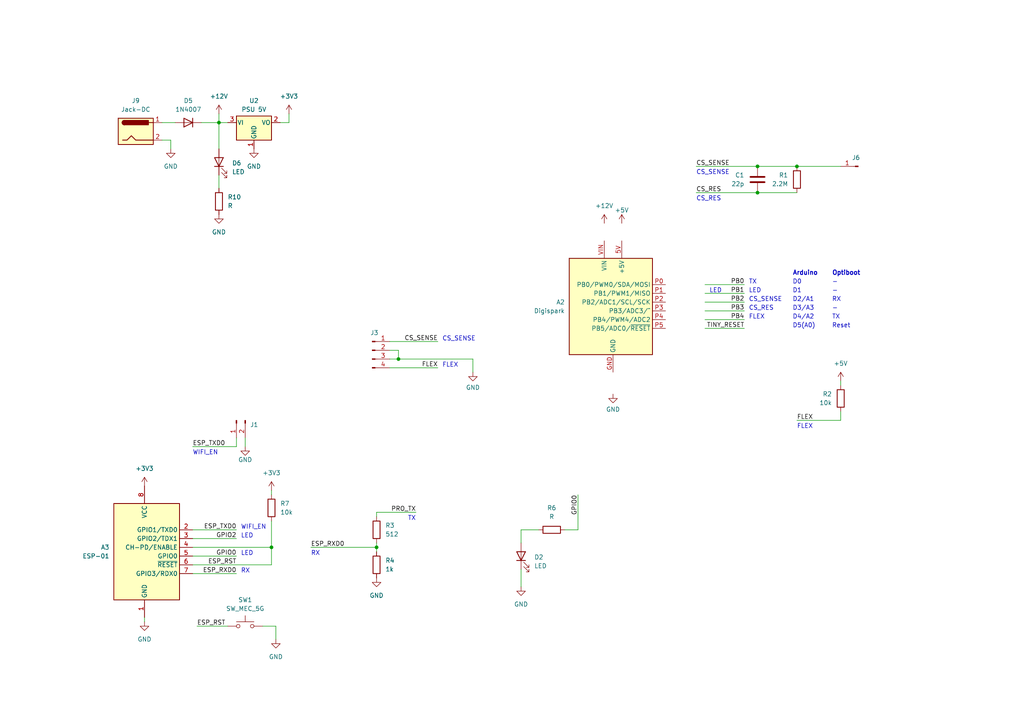
<source format=kicad_sch>
(kicad_sch (version 20230121) (generator eeschema)
  (paper "A4")
  (lib_symbols
    (symbol "Connector:Conn_01x01_Pin" (pin_names (offset 1.016) hide)
      (property "Reference" "J" (at 0 2.54 0))
      (property "Value" "Conn_01x01_Pin" (at 0 -2.54 0))
      (symbol "Conn_01x01_Pin_1_1"
        (polyline (pts (xy 1.27 0) (xy 0.8636 0)) (stroke (width 0.1524)))
        (rectangle (start 0.8636 0.127) (end 0 -0.127) (stroke (width 0.1524)) (fill (type outline)))
        (pin passive line (at 5.08 0 180) (length 3.81) (name "Pin_1") (number "1"))
      )
    )
    (symbol "Connector:Conn_01x02_Pin" (pin_names (offset 1.016) hide)
      (property "Reference" "J" (at 0 2.54 0))
      (property "Value" "Conn_01x02_Pin" (at 0 -5.08 0))
      (symbol "Conn_01x02_Pin_1_1"
        (polyline (pts (xy 1.27 -2.54) (xy 0.8636 -2.54)) (stroke (width 0.1524)))
        (polyline (pts (xy 1.27 0) (xy 0.8636 0)) (stroke (width 0.1524)))
        (rectangle (start 0.8636 -2.413) (end 0 -2.667) (stroke (width 0.1524)) (fill (type outline)))
        (rectangle (start 0.8636 0.127) (end 0 -0.127) (stroke (width 0.1524)) (fill (type outline)))
        (pin passive line (at 5.08 0 180) (length 3.81) (name "Pin_1") (number "1"))
        (pin passive line (at 5.08 -2.54 180) (length 3.81) (name "Pin_2") (number "2"))
      )
    )
    (symbol "Connector:Conn_01x04_Pin" (pin_names (offset 1.016) hide)
      (property "Reference" "J" (at 0 5.08 0))
      (property "Value" "Conn_01x04_Pin" (at 0 -7.62 0))
      (symbol "Conn_01x04_Pin_1_1"
        (polyline (pts (xy 1.27 -5.08) (xy 0.8636 -5.08)) (stroke (width 0.1524)))
        (polyline (pts (xy 1.27 -2.54) (xy 0.8636 -2.54)) (stroke (width 0.1524)))
        (polyline (pts (xy 1.27 0) (xy 0.8636 0)) (stroke (width 0.1524)))
        (polyline (pts (xy 1.27 2.54) (xy 0.8636 2.54)) (stroke (width 0.1524)))
        (rectangle (start 0.8636 -4.953) (end 0 -5.207) (stroke (width 0.1524)) (fill (type outline)))
        (rectangle (start 0.8636 -2.413) (end 0 -2.667) (stroke (width 0.1524)) (fill (type outline)))
        (rectangle (start 0.8636 0.127) (end 0 -0.127) (stroke (width 0.1524)) (fill (type outline)))
        (rectangle (start 0.8636 2.667) (end 0 2.413) (stroke (width 0.1524)) (fill (type outline)))
        (pin passive line (at 5.08 2.54 180) (length 3.81) (name "Pin_1") (number "1"))
        (pin passive line (at 5.08 0 180) (length 3.81) (name "Pin_2") (number "2"))
        (pin passive line (at 5.08 -2.54 180) (length 3.81) (name "Pin_3") (number "3"))
        (pin passive line (at 5.08 -5.08 180) (length 3.81) (name "Pin_4") (number "4"))
      )
    )
    (symbol "Connector:Jack-DC" (pin_names (offset 1.016))
      (property "Reference" "J" (at 0 5.334 0))
      (property "Value" "Jack-DC" (at 0 -5.08 0))
      (symbol "Jack-DC_0_1"
        (rectangle (start -5.08 3.81) (end 5.08 -3.81) (stroke (width 0.254)) (fill (type background)))
        (arc (start -3.302 3.175) (mid -3.9343 2.54) (end -3.302 1.905) (stroke (width 0.254)))
        (arc (start -3.302 3.175) (mid -3.9343 2.54) (end -3.302 1.905) (stroke (width 0.254)) (fill (type outline)))
        (polyline (pts (xy 5.08 2.54) (xy 3.81 2.54)) (stroke (width 0.254)))
        (polyline (pts (xy -3.81 -2.54) (xy -2.54 -2.54) (xy -1.27 -1.27) (xy 0 -2.54) (xy 2.54 -2.54) (xy 5.08 -2.54)) (stroke (width 0.254)))
        (rectangle (start 3.683 3.175) (end -3.302 1.905) (stroke (width 0.254)) (fill (type outline)))
      )
      (symbol "Jack-DC_1_1"
        (pin passive line (at 7.62 2.54 180) (length 2.54) (name "~") (number "1"))
        (pin passive line (at 7.62 -2.54 180) (length 2.54) (name "~") (number "2"))
      )
    )
    (symbol "Device:C" (pin_numbers hide) (pin_names (offset 0.254))
      (property "Reference" "C" (at 0.635 2.54 0))
      (property "Value" "C" (at 0.635 -2.54 0))
      (symbol "C_0_1"
        (polyline (pts (xy -2.032 -0.762) (xy 2.032 -0.762)) (stroke (width 0.508)))
        (polyline (pts (xy -2.032 0.762) (xy 2.032 0.762)) (stroke (width 0.508)))
      )
      (symbol "C_1_1"
        (pin passive line (at 0 3.81 270) (length 2.794) (name "~") (number "1"))
        (pin passive line (at 0 -3.81 90) (length 2.794) (name "~") (number "2"))
      )
    )
    (symbol "Device:LED" (pin_numbers hide) (pin_names (offset 1.016) hide)
      (property "Reference" "D" (at 0 2.54 0))
      (property "Value" "LED" (at 0 -2.54 0))
      (symbol "LED_0_1"
        (polyline (pts (xy -1.27 -1.27) (xy -1.27 1.27)) (stroke (width 0.254)))
        (polyline (pts (xy -1.27 0) (xy 1.27 0)))
        (polyline (pts (xy 1.27 -1.27) (xy 1.27 1.27) (xy -1.27 0) (xy 1.27 -1.27)) (stroke (width 0.254)))
        (polyline (pts (xy -3.048 -0.762) (xy -4.572 -2.286) (xy -3.81 -2.286) (xy -4.572 -2.286) (xy -4.572 -1.524)))
        (polyline (pts (xy -1.778 -0.762) (xy -3.302 -2.286) (xy -2.54 -2.286) (xy -3.302 -2.286) (xy -3.302 -1.524)))
      )
      (symbol "LED_1_1"
        (pin passive line (at -3.81 0 0) (length 2.54) (name "K") (number "1"))
        (pin passive line (at 3.81 0 180) (length 2.54) (name "A") (number "2"))
      )
    )
    (symbol "Device:R" (pin_numbers hide) (pin_names (offset 0))
      (property "Reference" "R" (at 2.032 0 90))
      (property "Value" "R" (at 0 0 90))
      (symbol "R_0_1"
        (rectangle (start -1.016 -2.54) (end 1.016 2.54) (stroke (width 0.254)))
      )
      (symbol "R_1_1"
        (pin passive line (at 0 3.81 270) (length 1.27) (name "~") (number "1"))
        (pin passive line (at 0 -3.81 90) (length 1.27) (name "~") (number "2"))
      )
    )
    (symbol "Diode:1N4007" (pin_numbers hide) (pin_names hide)
      (property "Reference" "D" (at 0 2.54 0))
      (property "Value" "1N4007" (at 0 -2.54 0))
      (symbol "1N4007_0_1"
        (polyline (pts (xy -1.27 1.27) (xy -1.27 -1.27)) (stroke (width 0.254)))
        (polyline (pts (xy 1.27 0) (xy -1.27 0)))
        (polyline (pts (xy 1.27 1.27) (xy 1.27 -1.27) (xy -1.27 0) (xy 1.27 1.27)) (stroke (width 0.254)))
      )
      (symbol "1N4007_1_1"
        (pin passive line (at -3.81 0 0) (length 2.54) (name "K") (number "1"))
        (pin passive line (at 3.81 0 180) (length 2.54) (name "A") (number "2"))
      )
    )
    (symbol "Switch:SW_MEC_5G" (pin_numbers hide) (pin_names (offset 1.016) hide)
      (property "Reference" "SW1" (at 0 7.62 0))
      (property "Value" "SW_MEC_5G" (at 0 5.08 0))
      (symbol "SW_MEC_5G_0_1"
        (circle (center -2.032 0) (radius 0.508))
        (polyline (pts (xy 0 1.27) (xy 0 3.048)))
        (polyline (pts (xy 2.54 1.27) (xy -2.54 1.27)))
        (circle (center 2.032 0) (radius 0.508))
      )
      (symbol "SW_MEC_5G_1_1"
        (pin passive line (at -5.08 0 0) (length 2.54) (name "1") (number "1"))
        (pin passive line (at 5.08 0 180) (length 2.54) (name "2") (number "2"))
      )
    )
    (symbol "a:Pro_Mini_Clone_Socket" (pin_names (offset 1.016))
      (property "Reference" "XA" (at 2.54 0 90))
      (property "Value" "Pro_Mini_Clone_Socket" (at -2.54 0 90))
      (symbol "Pro_Mini_Clone_Socket_0_0"
        (rectangle (start -25.4 30.48) (end 25.4 -29.21) (fill (type background)))
        (polyline (pts (xy -15.24 10.16) (xy -13.97 10.16)))
        (polyline (pts (xy -15.24 24.13) (xy -13.97 24.13)))
        (polyline (pts (xy -13.97 -22.86) (xy -16.51 -22.86)))
        (polyline (pts (xy -20.32 -16.51) (xy -12.7 -16.51) (xy -12.7 -15.24)))
        (polyline (pts (xy -12.7 -7.62) (xy -12.7 -6.35) (xy -20.32 -6.35)))
        (polyline (pts (xy -10.16 1.27) (xy -10.16 -1.27) (xy -21.59 -1.27)))
        (polyline (pts (xy -10.16 13.97) (xy -10.16 16.51) (xy -21.59 16.51)))
        (polyline (pts (xy -16.51 11.43) (xy -15.24 11.43) (xy -15.24 8.89) (xy -16.51 8.89)))
        (polyline (pts (xy -16.51 25.4) (xy -15.24 25.4) (xy -15.24 22.86) (xy -16.51 22.86)))
        (polyline (pts (xy 20.32 -10.16) (xy 17.78 -10.16) (xy 17.78 -16.51) (xy 17.78 -17.78) (xy 16.51 -17.78) (xy 17.78 -17.78) (xy 17.78 -25.4) (xy 20.32 -25.4)))
        (text "Analogue" (at -10.16 7.62 900) (effects (font (size 1.524 1.524))))
        (text "Header" (at 15.24 -17.78 900) (effects (font (size 1.524 1.524))))
        (text "I²C" (at -12.7 10.16 900) (effects (font (size 1.524 1.524))))
        (text "Misc." (at -12.7 -22.86 900) (effects (font (size 1.524 1.524))))
        (text "Power" (at -12.7 -11.43 900) (effects (font (size 1.524 1.524))))
        (text "Prog." (at 12.7 -17.78 900) (effects (font (size 1.524 1.524))))
        (text "Serial" (at -12.7 24.13 900) (effects (font (size 1.524 1.524))))
      )
      (symbol "Pro_Mini_Clone_Socket_0_1"
        (polyline (pts (xy 15.24 -2.54) (xy 12.7 -2.54) (xy 12.7 7.62)))
        (polyline (pts (xy 16.51 26.67) (xy 12.7 26.67) (xy 12.7 16.51)))
        (polyline (pts (xy -17.78 -24.13) (xy -16.51 -24.13) (xy -16.51 -21.59) (xy -17.78 -21.59)))
      )
      (symbol "Pro_Mini_Clone_Socket_1_0"
        (text "GPIO" (at 12.7 11.43 900) (effects (font (size 1.524 1.524))))
      )
      (symbol "Pro_Mini_Clone_Socket_1_1"
        (pin bidirectional line (at -33.02 -1.27 0) (length 7.62) (name "A0") (number "A0"))
        (pin bidirectional line (at -33.02 1.27 0) (length 7.62) (name "A1") (number "A1"))
        (pin bidirectional line (at -33.02 3.81 0) (length 7.62) (name "A2") (number "A2"))
        (pin bidirectional line (at -33.02 6.35 0) (length 7.62) (name "A3") (number "A3"))
        (pin bidirectional line (at -33.02 8.89 0) (length 7.62) (name "A4_SDA") (number "A4"))
        (pin bidirectional clock (at -33.02 11.43 0) (length 7.62) (name "A5_SCL") (number "A5"))
        (pin input line (at -33.02 13.97 0) (length 7.62) (name "A6") (number "A6"))
        (pin input line (at -33.02 16.51 0) (length 7.62) (name "A7") (number "A7"))
        (pin bidirectional line (at -33.02 25.4 0) (length 7.62) (name "D0_RXI") (number "D0"))
        (pin bidirectional line (at -33.02 22.86 0) (length 7.62) (name "D1_TXO") (number "D1"))
        (pin bidirectional line (at 33.02 6.35 180) (length 7.62) (name "D10_CS") (number "D10"))
        (pin bidirectional line (at 33.02 3.81 180) (length 7.62) (name "D11_MISO") (number "D11"))
        (pin bidirectional line (at 33.02 1.27 180) (length 7.62) (name "D12_MOSI") (number "D12"))
        (pin bidirectional clock (at 33.02 -1.27 180) (length 7.62) (name "D13_SCK") (number "D13"))
        (pin bidirectional line (at 33.02 26.67 180) (length 7.62) (name "D2_INT0") (number "D2"))
        (pin bidirectional line (at 33.02 24.13 180) (length 7.62) (name "D3_INT1") (number "D3"))
        (pin bidirectional line (at 33.02 21.59 180) (length 7.62) (name "D4") (number "D4"))
        (pin bidirectional line (at 33.02 19.05 180) (length 7.62) (name "D5") (number "D5"))
        (pin bidirectional line (at 33.02 16.51 180) (length 7.62) (name "D6") (number "D6"))
        (pin bidirectional line (at 33.02 13.97 180) (length 7.62) (name "D7") (number "D7"))
        (pin bidirectional line (at 33.02 11.43 180) (length 7.62) (name "D8") (number "D8"))
        (pin bidirectional line (at 33.02 8.89 180) (length 7.62) (name "D9") (number "D9"))
        (pin input input_low (at 33.02 -11.43 180) (length 7.62) (name "~{DTR}") (number "DTR"))
        (pin power_in line (at -33.02 -6.35 0) (length 7.62) (name "GND") (number "GND1"))
        (pin power_in line (at -33.02 -8.89 0) (length 7.62) (name "GND") (number "GND2"))
        (pin power_in line (at -33.02 -11.43 0) (length 7.62) (name "GND") (number "GND3"))
        (pin power_in line (at 33.02 -21.59 180) (length 7.62) (name "GND") (number "GND4"))
        (pin power_in line (at 33.02 -24.13 180) (length 7.62) (name "GND") (number "GND5"))
        (pin power_in line (at -33.02 -16.51 0) (length 7.62) (name "RAW") (number "RAW"))
        (pin open_collector input_low (at -33.02 -21.59 0) (length 7.62) (name "RESET") (number "RST1"))
        (pin open_collector input_low (at -33.02 -24.13 0) (length 7.62) (name "RESET") (number "RST2"))
        (pin input line (at 33.02 -16.51 180) (length 7.62) (name "RXI") (number "RXI"))
        (pin output line (at 33.02 -13.97 180) (length 7.62) (name "TXO") (number "TXO"))
        (pin power_in line (at -33.02 -13.97 0) (length 7.62) (name "Vcc") (number "Vcc1"))
        (pin power_in line (at 33.02 -19.05 180) (length 7.62) (name "Vcc") (number "Vcc2"))
      )
    )
    (symbol "cm-zy-hp:Digispark"
      (property "Reference" "A1" (at -12.7 7.62 0))
      (property "Value" "Digispark" (at 1.27 -25.4 0))
      (symbol "Digispark_0_1"
        (rectangle (start -13.97 5.08) (end 10.16 -22.86) (stroke (width 0.254)) (fill (type background)))
      )
      (symbol "Digispark_1_1"
        (pin power_out line (at 1.27 10.16 270) (length 5.08) (name "+5V") (number "5V"))
        (pin power_in line (at -1.27 -27.94 90) (length 5.08) (name "GND") (number "GND"))
        (pin input line (at 13.97 -2.54 180) (length 3.81) (name "PB0/PWM0/SDA/MOSI") (number "P0"))
        (pin input line (at 13.97 -5.08 180) (length 3.81) (name "PB1/PWM1/MISO") (number "P1"))
        (pin input line (at 13.97 -7.62 180) (length 3.81) (name "PB2/ADC1/SCL/SCK") (number "P2"))
        (pin bidirectional line (at 13.97 -10.16 180) (length 3.81) (name "PB3/ADC3/^") (number "P3"))
        (pin input line (at 13.97 -12.7 180) (length 3.81) (name "PB4/PWM4/ADC2") (number "P4"))
        (pin input line (at 13.97 -15.24 180) (length 3.81) (name "PB5/ADC0/~{RESET}") (number "P5"))
        (pin power_in line (at -3.81 10.16 270) (length 5.08) (name "VIN") (number "VIN"))
      )
    )
    (symbol "cm-zy-hp:ESP-01"
      (property "Reference" "A1" (at -8.89 7.62 0))
      (property "Value" "ESP-01" (at 2.54 -25.4 0))
      (symbol "ESP-01_0_1"
        (rectangle (start -8.89 5.08) (end 10.16 -22.86) (stroke (width 0.254)) (fill (type background)))
      )
      (symbol "ESP-01_1_1"
        (pin power_in line (at 0 -27.94 90) (length 5.08) (name "GND") (number "1"))
        (pin input line (at 13.97 -2.54 180) (length 3.81) (name "GPIO1/TXD0") (number "2"))
        (pin input line (at 13.97 -5.08 180) (length 3.81) (name "GPIO2/TDX1") (number "3"))
        (pin input line (at 13.97 -7.62 180) (length 3.81) (name "CH-PD/ENABLE") (number "4"))
        (pin bidirectional line (at 13.97 -10.16 180) (length 3.81) (name "GPIO0") (number "5"))
        (pin input line (at 13.97 -12.7 180) (length 3.81) (name "~{RESET}") (number "6"))
        (pin input line (at 13.97 -15.24 180) (length 3.81) (name "GPIO3/RDX0") (number "7"))
        (pin power_out line (at 0 10.16 270) (length 5.08) (name "VCC") (number "8"))
      )
    )
    (symbol "cm-zy-hp:PSU" (pin_names (offset 0.254))
      (property "Reference" "U4" (at 0 5.6048 0))
      (property "Value" "PSU 5V" (at 0 3.0679 0))
      (symbol "PSU_0_1"
        (rectangle (start -5.08 -5.08) (end 5.08 1.905) (stroke (width 0.254)) (fill (type background)))
      )
      (symbol "PSU_1_1"
        (pin power_in line (at 0 -7.62 90) (length 2.54) (name "GND") (number "1"))
        (pin power_out line (at 7.62 0 180) (length 2.54) (name "VO") (number "2"))
        (pin power_in line (at -7.62 0 0) (length 2.54) (name "VI") (number "3"))
      )
    )
    (symbol "cm-zy-hp:ftdi-cable" (pin_names (offset 1.016))
      (property "Reference" "J3" (at -2.54 2.54 0))
      (property "Value" "ftdi-cable" (at -2.54 0 0))
      (symbol "ftdi-cable_0_1"
        (rectangle (start 1.27 -1.27) (end -6.35 -16.51) (fill (type background)))
      )
      (symbol "ftdi-cable_1_1"
        (pin input line (at 3.81 -15.24 180) (length 2.54) (name "GND") (number "1"))
        (pin input line (at 3.81 -5.08 180) (length 2.54) (name "CTS") (number "2"))
        (pin input line (at 3.81 -2.54 180) (length 2.54) (name "VCC") (number "3"))
        (pin input line (at 3.81 -7.62 180) (length 2.54) (name "TXD") (number "4"))
        (pin input line (at 3.81 -10.16 180) (length 2.54) (name "RXD") (number "5"))
        (pin input line (at 3.81 -12.7 180) (length 2.54) (name "RTS") (number "6"))
      )
    )
    (symbol "power:+12V" (power) (pin_names (offset 0))
      (property "Value" "+12V" (at 0 3.556 0))
      (symbol "+12V_0_1"
        (polyline (pts (xy -0.762 1.27) (xy 0 2.54)))
        (polyline (pts (xy 0 0) (xy 0 2.54)))
        (polyline (pts (xy 0 2.54) (xy 0.762 1.27)))
      )
      (symbol "+12V_1_1"
        (pin power_in line (at 0 0 90) (length 0) hide (name "+12V") (number "1"))
      )
    )
    (symbol "power:+3V3" (power) (pin_names (offset 0))
      (property "Value" "+3V3" (at 0 3.556 0))
      (symbol "+3V3_0_1"
        (polyline (pts (xy -0.762 1.27) (xy 0 2.54)))
        (polyline (pts (xy 0 0) (xy 0 2.54)))
        (polyline (pts (xy 0 2.54) (xy 0.762 1.27)))
      )
      (symbol "+3V3_1_1"
        (pin power_in line (at 0 0 90) (length 0) hide (name "+3V3") (number "1"))
      )
    )
    (symbol "power:+5V" (power) (pin_names (offset 0))
      (property "Value" "+5V" (at 0 3.556 0))
      (symbol "+5V_0_1"
        (polyline (pts (xy -0.762 1.27) (xy 0 2.54)))
        (polyline (pts (xy 0 0) (xy 0 2.54)))
        (polyline (pts (xy 0 2.54) (xy 0.762 1.27)))
      )
      (symbol "+5V_1_1"
        (pin power_in line (at 0 0 90) (length 0) hide (name "+5V") (number "1"))
      )
    )
    (symbol "power:GND" (power) (pin_names (offset 0))
      (property "Value" "GND" (at 0 -3.81 0))
      (symbol "GND_0_1"
        (polyline (pts (xy 0 0) (xy 0 -1.27) (xy 1.27 -1.27) (xy 0 -2.54) (xy -1.27 -1.27) (xy 0 -1.27)))
      )
      (symbol "GND_1_1"
        (pin power_in line (at 0 0 270) (length 0) hide (name "GND") (number "1"))
      )
    )
  )
  (junction (at 115.57 104.14))
  (junction (at 317.5 73.66))
  (junction (at 231.14 48.26))
  (junction (at 392.43 86.36))
  (junction (at 219.71 55.88))
  (junction (at 109.22 158.75))
  (junction (at 78.74 158.75))
  (junction (at 317.5 71.12))
  (junction (at 219.71 48.26))
  (junction (at 63.5 35.56))
  (wire (pts (xy 386.08 123.19) (xy 386.08 125.73)))
  (wire (pts (xy 81.28 35.56) (xy 83.82 35.56)))
  (wire (pts (xy 63.5 35.56) (xy 66.04 35.56)))
  (wire (pts (xy 120.65 148.59) (xy 109.22 148.59)))
  (wire (pts (xy 344.17 135.89) (xy 344.17 130.81)))
  (wire (pts (xy 80.01 181.61) (xy 80.01 185.42)))
  (wire (pts (xy 71.12 127) (xy 71.12 129.54)))
  (wire (pts (xy 231.14 48.26) (xy 243.84 48.26)))
  (wire (pts (xy 386.08 125.73) (xy 373.38 125.73)))
  (wire (pts (xy 137.16 104.14) (xy 137.16 107.95)))
  (wire (pts (xy 420.37 86.36) (xy 420.37 88.9)))
  (wire (pts (xy 389.89 53.34) (xy 407.67 53.34)))
  (wire (pts (xy 420.37 69.85) (xy 420.37 73.66)))
  (wire (pts (xy 78.74 151.13) (xy 78.74 158.75)))
  (wire (pts (xy 392.43 86.36) (xy 392.43 88.9)))
  (wire (pts (xy 113.03 99.06) (xy 127 99.06)))
  (wire (pts (xy 49.53 40.64) (xy 49.53 43.18)))
  (wire (pts (xy 323.85 68.58) (xy 317.5 68.58)))
  (wire (pts (xy 323.85 63.5) (xy 311.15 63.5)))
  (wire (pts (xy 76.2 181.61) (xy 80.01 181.61)))
  (wire (pts (xy 311.15 71.12) (xy 311.15 76.2)))
  (wire (pts (xy 151.13 153.67) (xy 151.13 157.48)))
  (wire (pts (xy 219.71 55.88) (xy 201.93 55.88)))
  (wire (pts (xy 167.64 143.51) (xy 167.64 153.67)))
  (wire (pts (xy 151.13 170.18) (xy 151.13 165.1)))
  (wire (pts (xy 389.89 73.66) (xy 398.78 73.66)))
  (wire (pts (xy 323.85 76.2) (xy 311.15 76.2)))
  (wire (pts (xy 57.15 181.61) (xy 66.04 181.61)))
  (wire (pts (xy 384.81 144.78) (xy 384.81 147.32)))
  (wire (pts (xy 109.22 158.75) (xy 90.17 158.75)))
  (wire (pts (xy 392.43 83.82) (xy 392.43 86.36)))
  (wire (pts (xy 389.89 86.36) (xy 392.43 86.36)))
  (wire (pts (xy 417.83 81.28) (xy 427.99 81.28)))
  (wire (pts (xy 113.03 101.6) (xy 115.57 101.6)))
  (wire (pts (xy 433.07 83.82) (xy 417.83 83.82)))
  (wire (pts (xy 109.22 148.59) (xy 109.22 149.86)))
  (wire (pts (xy 109.22 157.48) (xy 109.22 158.75)))
  (wire (pts (xy 115.57 101.6) (xy 115.57 104.14)))
  (wire (pts (xy 243.84 121.92) (xy 231.14 121.92)))
  (wire (pts (xy 388.62 123.19) (xy 388.62 125.73)))
  (wire (pts (xy 204.47 95.25) (xy 215.9 95.25)))
  (wire (pts (xy 304.8 71.12) (xy 304.8 78.74)))
  (wire (pts (xy 68.58 129.54) (xy 55.88 129.54)))
  (wire (pts (xy 41.91 179.07) (xy 41.91 180.34)))
  (wire (pts (xy 417.83 73.66) (xy 420.37 73.66)))
  (wire (pts (xy 115.57 104.14) (xy 137.16 104.14)))
  (wire (pts (xy 55.88 166.37) (xy 68.58 166.37)))
  (wire (pts (xy 243.84 119.38) (xy 243.84 121.92)))
  (wire (pts (xy 78.74 158.75) (xy 78.74 163.83)))
  (wire (pts (xy 78.74 142.24) (xy 78.74 143.51)))
  (wire (pts (xy 204.47 90.17) (xy 215.9 90.17)))
  (wire (pts (xy 389.89 50.8) (xy 407.67 50.8)))
  (wire (pts (xy 317.5 71.12) (xy 317.5 73.66)))
  (wire (pts (xy 55.88 161.29) (xy 68.58 161.29)))
  (wire (pts (xy 360.68 119.38) (xy 356.87 119.38)))
  (wire (pts (xy 389.89 81.28) (xy 402.59 81.28)))
  (wire (pts (xy 389.89 76.2) (xy 398.78 76.2)))
  (wire (pts (xy 63.5 43.18) (xy 63.5 35.56)))
  (wire (pts (xy 389.89 83.82) (xy 392.43 83.82)))
  (wire (pts (xy 63.5 33.02) (xy 63.5 35.56)))
  (wire (pts (xy 204.47 82.55) (xy 215.9 82.55)))
  (wire (pts (xy 349.25 119.38) (xy 344.17 119.38)))
  (wire (pts (xy 68.58 127) (xy 68.58 129.54)))
  (wire (pts (xy 63.5 50.8) (xy 63.5 54.61)))
  (wire (pts (xy 219.71 48.26) (xy 201.93 48.26)))
  (wire (pts (xy 311.15 39.37) (xy 323.85 39.37)))
  (wire (pts (xy 231.14 48.26) (xy 219.71 48.26)))
  (wire (pts (xy 83.82 35.56) (xy 83.82 33.02)))
  (wire (pts (xy 46.99 40.64) (xy 49.53 40.64)))
  (wire (pts (xy 317.5 73.66) (xy 317.5 80.01)))
  (wire (pts (xy 167.64 153.67) (xy 163.83 153.67)))
  (wire (pts (xy 317.5 68.58) (xy 317.5 71.12)))
  (wire (pts (xy 382.27 147.32) (xy 369.57 147.32)))
  (wire (pts (xy 417.83 78.74) (xy 427.99 78.74)))
  (wire (pts (xy 204.47 85.09) (xy 215.9 85.09)))
  (wire (pts (xy 55.88 156.21) (xy 68.58 156.21)))
  (wire (pts (xy 389.89 35.56) (xy 401.32 35.56)))
  (wire (pts (xy 113.03 106.68) (xy 127 106.68)))
  (wire (pts (xy 344.17 119.38) (xy 344.17 123.19)))
  (wire (pts (xy 317.5 73.66) (xy 323.85 73.66)))
  (wire (pts (xy 323.85 71.12) (xy 317.5 71.12)))
  (wire (pts (xy 231.14 55.88) (xy 219.71 55.88)))
  (wire (pts (xy 55.88 153.67) (xy 68.58 153.67)))
  (wire (pts (xy 304.8 78.74) (xy 323.85 78.74)))
  (wire (pts (xy 58.42 35.56) (xy 63.5 35.56)))
  (wire (pts (xy 360.68 109.22) (xy 360.68 119.38)))
  (wire (pts (xy 243.84 110.49) (xy 243.84 111.76)))
  (wire (pts (xy 417.83 86.36) (xy 420.37 86.36)))
  (wire (pts (xy 55.88 158.75) (xy 78.74 158.75)))
  (wire (pts (xy 113.03 104.14) (xy 115.57 104.14)))
  (wire (pts (xy 46.99 35.56) (xy 50.8 35.56)))
  (wire (pts (xy 204.47 92.71) (xy 215.9 92.71)))
  (wire (pts (xy 55.88 163.83) (xy 78.74 163.83)))
  (wire (pts (xy 382.27 144.78) (xy 382.27 147.32)))
  (wire (pts (xy 389.89 78.74) (xy 398.78 78.74)))
  (wire (pts (xy 156.21 153.67) (xy 151.13 153.67)))
  (wire (pts (xy 109.22 158.75) (xy 109.22 160.02)))
  (wire (pts (xy 402.59 77.47) (xy 402.59 81.28)))
  (wire (pts (xy 204.47 87.63) (xy 215.9 87.63)))
  (wire (pts (xy 389.89 38.1) (xy 401.32 38.1)))
  (text "CS_SENSE" (at 217.17 87.63 0) (effects (font (size 1.27 1.27)) (justify left bottom)))
  (text "TX" (at 217.17 82.55 0) (effects (font (size 1.27 1.27)) (justify left bottom)))
  (text "P" (at 382.27 38.1 0) (effects (font (size 1.27 1.27)) (justify left bottom)))
  (text "TX" (at 120.65 151.13 0) (effects (font (size 1.27 1.27)) (justify right bottom)))
  (text "CS_RES" (at 217.17 90.17 0) (effects (font (size 1.27 1.27)) (justify left bottom)))
  (text "LED" (at 69.85 156.21 0) (effects (font (size 1.27 1.27)) (justify left bottom)))
  (text "D5(A0)" (at 229.87 95.25 0) (effects (font (size 1.27 1.27)) (justify left bottom)))
  (text "D4/A2" (at 229.87 92.71 0) (effects (font (size 1.27 1.27)) (justify left bottom)))
  (text "D3/A3" (at 229.87 90.17 0) (effects (font (size 1.27 1.27)) (justify left bottom)))
  (text "TX" (at 429.26 81.28 0) (effects (font (size 1.27 1.27)) (justify left bottom)))
  (text "TX" (at 241.3 92.71 0) (effects (font (size 1.27 1.27)) (justify left bottom)))
  (text "D2/A1" (at 229.87 87.63 0) (effects (font (size 1.27 1.27)) (justify left bottom)))
  (text "FLEX" (at 231.14 124.46 0) (effects (font (size 1.27 1.27)) (justify left bottom)))
  (text "FLEX" (at 217.17 92.71 0) (effects (font (size 1.27 1.27)) (justify left bottom)))
  (text "-" (at 241.3 82.55 0) (effects (font (size 1.27 1.27)) (justify left bottom)))
  (text "WIFI_EN" (at 69.85 153.67 0) (effects (font (size 1.27 1.27)) (justify left bottom)))
  (text "WIFI_EN" (at 55.88 132.08 0) (effects (font (size 1.27 1.27)) (justify left bottom)))
  (text "CS_RES" (at 201.93 58.42 0) (effects (font (size 1.27 1.27)) (justify left bottom)))
  (text "Arduino" (at 229.87 80.01 0) (effects (font (size 1.27 1.27) (thickness 0.254) bold) (justify left bottom)))
  (text "CS_SENSE" (at 201.93 50.8 0) (effects (font (size 1.27 1.27)) (justify left bottom)))
  (text "P" (at 382.27 45.72 0) (effects (font (size 1.27 1.27)) (justify left bottom)))
  (text "FLEX" (at 128.27 106.68 0) (effects (font (size 1.27 1.27)) (justify left bottom)))
  (text "RX" (at 241.3 87.63 0) (effects (font (size 1.27 1.27)) (justify left bottom)))
  (text "-" (at 241.3 90.17 0) (effects (font (size 1.27 1.27)) (justify left bottom)))
  (text "CS_SENSE" (at 128.27 99.06 0) (effects (font (size 1.27 1.27)) (justify left bottom)))
  (text "D0" (at 229.87 82.55 0) (effects (font (size 1.27 1.27)) (justify left bottom)))
  (text "LED" (at 69.85 161.29 0) (effects (font (size 1.27 1.27)) (justify left bottom)))
  (text "Reset" (at 241.3 95.25 0) (effects (font (size 1.27 1.27)) (justify left bottom)))
  (text "D1" (at 229.87 85.09 0) (effects (font (size 1.27 1.27)) (justify left bottom)))
  (text "RX" (at 90.17 161.29 0) (effects (font (size 1.27 1.27)) (justify left bottom)))
  (text "Optiboot" (at 241.3 80.01 0) (effects (font (size 1.27 1.27) (thickness 0.254) bold) (justify left bottom)))
  (text "-" (at 241.3 85.09 0) (effects (font (size 1.27 1.27)) (justify left bottom)))
  (text "LED" (at 205.74 85.09 0) (effects (font (size 1.27 1.27)) (justify left bottom)))
  (text "P" (at 382.27 55.88 0) (effects (font (size 1.27 1.27)) (justify left bottom)))
  (text "RX" (at 69.85 166.37 0) (effects (font (size 1.27 1.27)) (justify left bottom)))
  (text "LED" (at 217.17 85.09 0) (effects (font (size 1.27 1.27)) (justify left bottom)))
  (text "P" (at 382.27 58.42 0) (effects (font (size 1.27 1.27)) (justify left bottom)))
  (text "RX" (at 429.26 78.74 0) (effects (font (size 1.27 1.27)) (justify left bottom)))
  (label "PB0" (at 215.9 82.55 180))
  (label "ESP_TXD0" (at 68.58 153.67 180))
  (label "PRO_TX" (at 120.65 148.59 180))
  (label "FLEX" (at 311.15 63.5 0))
  (label "PB2" (at 215.9 87.63 180))
  (label "GPIO0" (at 68.58 161.29 180))
  (label "DTR" (at 398.78 73.66 180))
  (label "PB1" (at 215.9 85.09 180))
  (label "TXO" (at 427.99 81.28 180))
  (label "CS_RES" (at 407.67 50.8 180))
  (label "ESP_RXD0" (at 90.17 158.75 0))
  (label "PB3" (at 215.9 90.17 180))
  (label "TINY_RESET" (at 215.9 95.25 180))
  (label "CS_RES" (at 201.93 55.88 0))
  (label "RXI" (at 427.99 78.74 180))
  (label "RXI" (at 398.78 78.74 180))
  (label "ESP_RXD0" (at 369.57 147.32 0))
  (label "LED" (at 401.32 38.1 180))
  (label "ESP_RST" (at 68.58 163.83 180))
  (label "TXO" (at 398.78 76.2 180))
  (label "CS_SENSE" (at 127 99.06 180))
  (label "DEBUG_SEL" (at 373.38 125.73 0))
  (label "DEBUG_SEL" (at 401.32 35.56 180))
  (label "FLEX" (at 231.14 121.92 0))
  (label "DTR" (at 433.07 83.82 180))
  (label "GPIO2" (at 68.58 156.21 180))
  (label "CS_SENSE" (at 407.67 53.34 180))
  (label "ESP_RST" (at 57.15 181.61 0))
  (label "GPIO0" (at 167.64 143.51 270))
  (label "ESP_TXD0" (at 55.88 129.54 0))
  (label "FLEX" (at 127 106.68 180))
  (label "LED" (at 360.68 109.22 270))
  (label "ESP_RXD0" (at 68.58 166.37 180))
  (label "PB4" (at 215.9 92.71 180))
  (label "PRO_TX" (at 311.15 39.37 0))
  (label "CS_SENSE" (at 201.93 48.26 0))
  (symbol (lib_id "Connector:Conn_01x02_Pin") (at 382.27 139.7 90) (mirror x) (unit 1)
    (property "Reference" "J4" (at 388.62 140.97 90) (effects (justify left)))
    (property "Value" "Conn_01x02_Pin" (effects hide))
    (property "Footprint" "cm-zy-hp:PinHeader_1x02_P2.54mm_Vertical" (effects hide))
  )
  (symbol (lib_id "power:GND") (at 384.81 147.32 0) (mirror y) (unit 1)
    (property "Reference" "#PWR027" (effects hide))
    (property "Value" "GND" (at 384.81 151.13 0))
  )
  (symbol (lib_id "Device:LED") (at 151.13 161.29 90) (unit 1)
    (property "Reference" "D2" (at 154.94 161.6075 90) (effects (justify right)))
    (property "Value" "LED" (at 154.94 164.1475 90) (effects (justify right)))
    (property "Footprint" "LED_THT:LED_D3.0mm_Clear" (effects hide))
  )
  (symbol (lib_id "Device:LED") (at 353.06 119.38 0) (unit 1)
    (property "Reference" "D1" (at 351.4725 113.03 0))
    (property "Value" "LED" (at 351.4725 115.57 0))
    (property "Footprint" "cm-zy-hp:LED_D3.0mm_Clear" (effects hide))
  )
  (symbol (lib_id "Device:R") (at 160.02 153.67 90) (unit 1)
    (property "Reference" "R6" (at 160.02 147.32 90))
    (property "Value" "R" (at 160.02 149.86 90))
    (property "Footprint" "cm-zy-hp:Resistor_THT" (effects hide))
  )
  (symbol (lib_id "power:GND") (at 388.62 125.73 0) (mirror y) (unit 1)
    (property "Reference" "#PWR020" (effects hide))
    (property "Value" "GND" (at 388.62 129.54 0))
  )
  (symbol (lib_id "power:GND") (at 80.01 185.42 0) (mirror y) (unit 1)
    (property "Reference" "#PWR026" (effects hide))
    (property "Value" "GND" (at 80.01 190.5 0))
  )
  (symbol (lib_id "Device:R") (at 231.14 52.07 0) (mirror y) (unit 1)
    (property "Reference" "R1" (at 228.6 50.8 0) (effects (justify left)))
    (property "Value" "2.2M" (at 228.6 53.34 0) (effects (justify left)))
    (property "Footprint" "cm-zy-hp:Resistor_TH_Vertical" (effects hide))
  )
  (symbol (lib_id "power:+12V") (at 175.26 64.77 0) (unit 1)
    (property "Reference" "#PWR015" (effects hide))
    (property "Value" "+12V" (at 175.26 59.69 0))
  )
  (symbol (lib_id "power:GND") (at 177.8 114.3 0) (unit 1)
    (property "Reference" "#PWR024" (effects hide))
    (property "Value" "GND" (at 177.8 118.7434 0))
  )
  (symbol (lib_id "cm-zy-hp:ESP-01") (at 41.91 151.13 0) (unit 1)
    (property "Reference" "A3" (at 31.75 158.75 0) (effects (justify right)))
    (property "Value" "ESP-01" (at 31.75 161.29 0) (effects (justify right)))
    (property "Footprint" "cm-zy-hp:ESP-01" (effects hide))
  )
  (symbol (lib_id "cm-zy-hp:PSU") (at 73.66 35.56 0) (unit 1)
    (property "Reference" "U2" (at 73.66 29.21 0))
    (property "Value" "PSU 5V" (at 73.66 31.75 0))
    (property "Footprint" "cm-zy-hp:dsun" (effects hide))
  )
  (symbol (lib_id "Connector:Conn_01x04_Pin") (at 107.95 101.6 0) (unit 1)
    (property "Reference" "J3" (at 108.585 96.52 0))
    (property "Value" "Conn_01x04_Pin" (effects hide))
    (property "Footprint" "Connector_PinHeader_2.54mm:PinHeader_1x04_P2.54mm_Horizontal" (effects hide))
  )
  (symbol (lib_id "power:+3V3") (at 83.82 33.02 0) (unit 1)
    (property "Reference" "#PWR012" (effects hide))
    (property "Value" "+3V3" (at 83.82 27.94 0))
  )
  (symbol (lib_id "Connector:Conn_01x02_Pin") (at 386.08 118.11 90) (mirror x) (unit 1)
    (property "Reference" "J2" (at 392.43 119.38 90) (effects (justify left)))
    (property "Value" "Conn_01x02_Pin" (effects hide))
    (property "Footprint" "cm-zy-hp:PinHeader_1x02_P2.54mm_Vertical" (effects hide))
  )
  (symbol (lib_id "power:+12V") (at 63.5 33.02 0) (unit 1)
    (property "Reference" "#PWR018" (effects hide))
    (property "Value" "+12V" (at 63.5 27.94 0))
  )
  (symbol (lib_id "Device:R") (at 344.17 127 180) (unit 1)
    (property "Reference" "R5" (at 346.71 125.73 0) (effects (justify right)))
    (property "Value" "R" (at 346.71 128.27 0) (effects (justify right)))
    (property "Footprint" "cm-zy-hp:Resistor_THT" (effects hide))
  )
  (symbol (lib_id "Connector:Conn_01x02_Pin") (at 68.58 121.92 90) (mirror x) (unit 1)
    (property "Reference" "J1" (at 74.93 123.19 90) (effects (justify left)))
    (property "Value" "Conn_01x02_Pin" (effects hide))
    (property "Footprint" "cm-zy-hp:PinHeader_1x02_P2.54mm_Vertical" (effects hide))
  )
  (symbol (lib_id "Switch:SW_MEC_5G") (at 71.12 181.61 0) (unit 1)
    (property "Reference" "SW1" (at 71.12 173.99 0))
    (property "Value" "SW_MEC_5G" (at 71.12 176.53 0))
    (property "Footprint" "cm-zy-hp:Sw_Tact_PCB" (effects hide))
    (property "Datasheet" "http://www.apem.com/int/index.php?controller=attachment&id_attachment=488" (effects hide))
  )
  (symbol (lib_id "cm-zy-hp:ftdi-cable") (at 414.02 71.12 0) (unit 1)
    (property "Reference" "J11" (at 411.48 68.58 0))
    (property "Value" "ftdi-cable" (at 411.48 71.12 0))
    (property "Footprint" "cm-zy-hp:ftdi-cable" (effects hide))
  )
  (symbol (lib_id "Diode:1N4007") (at 54.61 35.56 180) (unit 1)
    (property "Reference" "D5" (at 54.61 29.21 0))
    (property "Value" "1N4007" (at 54.61 31.75 0))
    (property "Footprint" "Diode_THT:D_DO-41_SOD81_P10.16mm_Horizontal" (effects hide))
    (property "Datasheet" "http://www.vishay.com/docs/88503/1n4001.pdf" (effects hide))
    (property "Sim.Device" "D" (effects hide))
    (property "Sim.Pins" "1=K 2=A" (effects hide))
  )
  (symbol (lib_id "Connector:Conn_01x01_Pin") (at 248.92 48.26 0) (mirror y) (unit 1)
    (property "Reference" "J6" (at 248.285 45.72 0))
    (property "Value" "Conn_01x01_Pin" (effects hide))
    (property "Footprint" "cm-zy-hp:Stud" (effects hide))
  )
  (symbol (lib_id "Device:LED") (at 63.5 46.99 90) (unit 1)
    (property "Reference" "D6" (at 67.31 47.3075 90) (effects (justify right)))
    (property "Value" "LED" (at 67.31 49.8475 90) (effects (justify right)))
    (property "Footprint" "LED_THT:LED_D3.0mm_Clear" (effects hide))
  )
  (symbol (lib_id "power:GND") (at 109.22 167.64 0) (mirror y) (unit 1)
    (property "Reference" "#PWR05" (effects hide))
    (property "Value" "GND" (at 109.22 172.72 0))
  )
  (symbol (lib_id "power:GND") (at 344.17 135.89 0) (mirror y) (unit 1)
    (property "Reference" "#PWR025" (effects hide))
    (property "Value" "GND" (at 344.17 140.97 0))
  )
  (symbol (lib_id "power:+5V") (at 420.37 69.85 0) (unit 1)
    (property "Reference" "#PWR021" (effects hide))
    (property "Value" "+5V" (at 420.37 66.2742 0))
  )
  (symbol (lib_id "power:GND") (at 63.5 62.23 0) (unit 1)
    (property "Reference" "#PWR017" (effects hide))
    (property "Value" "GND" (at 63.5 67.31 0))
  )
  (symbol (lib_id "power:GND") (at 71.12 129.54 0) (mirror y) (unit 1)
    (property "Reference" "#PWR06" (effects hide))
    (property "Value" "GND" (at 71.12 133.35 0))
  )
  (symbol (lib_id "power:GND") (at 73.66 43.18 0) (unit 1)
    (property "Reference" "#PWR010" (effects hide))
    (property "Value" "GND" (at 73.66 48.26 0))
  )
  (symbol (lib_id "power:+5V") (at 180.34 64.77 0) (unit 1)
    (property "Reference" "#PWR023" (effects hide))
    (property "Value" "+5V" (at 180.34 60.96 0))
  )
  (symbol (lib_id "a:Pro_Mini_Clone_Socket") (at 356.87 62.23 0) (unit 1)
    (property "Reference" "XA1" (at 356.87 26.67 0) (effects (font (size 1.524 1.524))))
    (property "Value" "Pro_Mini_Clone_Socket" (at 356.87 29.21 0) (effects (font (size 1.524 1.524))))
    (property "Footprint" "cm-zy-hp:Arduino_Pro_Mini_Socket" (effects hide))
    (property "Datasheet" "https://www.addicore.com/Pro-Mini-p/ad249.htm" (effects hide))
  )
  (symbol (lib_id "power:GND") (at 317.5 80.01 0) (unit 1)
    (property "Reference" "#PWR011" (effects hide))
    (property "Value" "GND" (at 317.5 84.4534 0))
  )
  (symbol (lib_id "Connector:Jack-DC") (at 39.37 38.1 0) (unit 1)
    (property "Reference" "J9" (at 39.37 29.21 0))
    (property "Value" "Jack-DC" (at 39.37 31.75 0))
    (property "Footprint" "cm-zy-hp:DC_Power_Jack_PCB_Mounted_2.1mm" (effects hide))
  )
  (symbol (lib_id "power:+5V") (at 311.15 71.12 0) (unit 1)
    (property "Reference" "#PWR08" (effects hide))
    (property "Value" "+5V" (at 311.15 67.5442 0))
  )
  (symbol (lib_id "Device:R") (at 243.84 115.57 0) (mirror x) (unit 1)
    (property "Reference" "R2" (at 241.3 114.3 0) (effects (justify right)))
    (property "Value" "10k" (at 241.3 116.84 0) (effects (justify right)))
    (property "Footprint" "cm-zy-hp:Resistor_THT" (effects hide))
  )
  (symbol (lib_id "Device:R") (at 78.74 147.32 0) (mirror y) (unit 1)
    (property "Reference" "R7" (at 81.28 146.05 0) (effects (justify right)))
    (property "Value" "10k" (at 81.28 148.59 0) (effects (justify right)))
    (property "Footprint" "cm-zy-hp:Resistor_THT" (effects hide))
  )
  (symbol (lib_id "cm-zy-hp:Digispark") (at 179.07 80.01 0) (unit 1)
    (property "Reference" "A2" (at 163.83 87.63 0) (effects (justify right)))
    (property "Value" "Digispark" (at 163.83 90.17 0) (effects (justify right)))
    (property "Footprint" "cm-zy-hp:Digispark" (effects hide))
  )
  (symbol (lib_id "power:+5V") (at 402.59 77.47 0) (unit 1)
    (property "Reference" "#PWR019" (effects hide))
    (property "Value" "+5V" (at 402.59 73.8942 0))
  )
  (symbol (lib_id "Device:R") (at 63.5 58.42 0) (unit 1)
    (property "Reference" "R10" (at 66.04 57.15 0) (effects (justify left)))
    (property "Value" "R" (at 66.04 59.69 0) (effects (justify left)))
    (property "Footprint" "cm-zy-hp:Resistor_THT" (effects hide))
  )
  (symbol (lib_id "Device:R") (at 109.22 163.83 0) (mirror y) (unit 1)
    (property "Reference" "R4" (at 111.76 162.56 0) (effects (justify right)))
    (property "Value" "1k" (at 111.76 165.1 0) (effects (justify right)))
    (property "Footprint" "cm-zy-hp:Resistor_THT" (effects hide))
  )
  (symbol (lib_id "power:GND") (at 392.43 88.9 0) (unit 1)
    (property "Reference" "#PWR03" (effects hide))
    (property "Value" "GND" (at 392.43 93.3434 0))
  )
  (symbol (lib_id "Device:C") (at 219.71 52.07 0) (mirror y) (unit 1)
    (property "Reference" "C1" (at 215.9 50.8 0) (effects (justify left)))
    (property "Value" "22p" (at 215.9 53.34 0) (effects (justify left)))
    (property "Footprint" "cm-zy-hp:C_Rect_L7.0mm_W2.5mm_P5.00mm" (effects hide))
  )
  (symbol (lib_id "power:+3V3") (at 78.74 142.24 0) (unit 1)
    (property "Reference" "#PWR07" (effects hide))
    (property "Value" "+3V3" (at 78.74 137.16 0))
  )
  (symbol (lib_id "power:GND") (at 420.37 88.9 0) (unit 1)
    (property "Reference" "#PWR022" (effects hide))
    (property "Value" "GND" (at 420.37 93.3434 0))
  )
  (symbol (lib_id "power:GND") (at 41.91 180.34 0) (unit 1)
    (property "Reference" "#PWR02" (effects hide))
    (property "Value" "GND" (at 41.91 185.42 0))
  )
  (symbol (lib_id "power:+12V") (at 304.8 71.12 0) (unit 1)
    (property "Reference" "#PWR013" (effects hide))
    (property "Value" "+12V" (at 304.8 66.04 0))
  )
  (symbol (lib_id "power:GND") (at 151.13 170.18 0) (mirror y) (unit 1)
    (property "Reference" "#PWR04" (effects hide))
    (property "Value" "GND" (at 151.13 175.26 0))
  )
  (symbol (lib_id "power:GND") (at 137.16 107.95 0) (unit 1)
    (property "Reference" "#PWR016" (effects hide))
    (property "Value" "GND" (at 137.16 112.3934 0))
  )
  (symbol (lib_id "power:GND") (at 49.53 43.18 0) (unit 1)
    (property "Reference" "#PWR09" (effects hide))
    (property "Value" "GND" (at 49.53 48.26 0))
  )
  (symbol (lib_id "Device:R") (at 109.22 153.67 0) (mirror y) (unit 1)
    (property "Reference" "R3" (at 111.76 152.4 0) (effects (justify right)))
    (property "Value" "512" (at 111.76 154.94 0) (effects (justify right)))
    (property "Footprint" "cm-zy-hp:Resistor_THT" (effects hide))
  )
  (symbol (lib_id "power:+5V") (at 243.84 110.49 0) (mirror y) (unit 1)
    (property "Reference" "#PWR014" (effects hide))
    (property "Value" "+5V" (at 243.84 105.41 0))
  )
  (symbol (lib_id "power:+3V3") (at 41.91 140.97 0) (unit 1)
    (property "Reference" "#PWR01" (effects hide))
    (property "Value" "+3V3" (at 41.91 135.89 0))
  )
)
</source>
